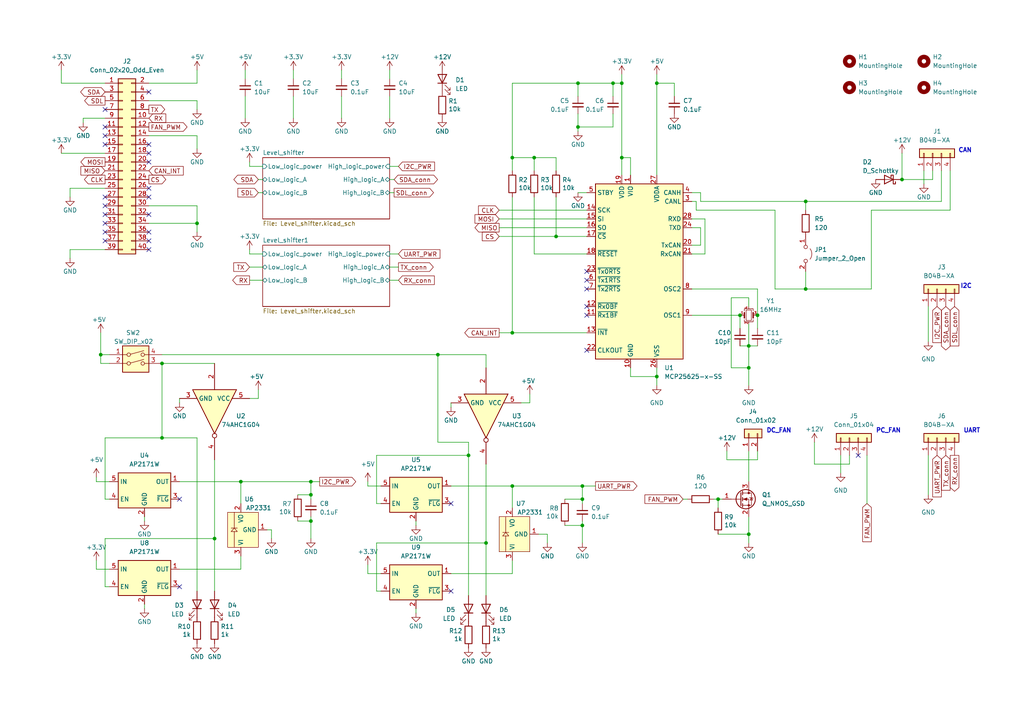
<source format=kicad_sch>
(kicad_sch (version 20230121) (generator eeschema)
  (paper "A4")
  (junction (at 148.59 45.72))
  (junction (at 167.64 24.13))
  (junction (at 161.29 68.58))
  (junction (at 217.17 154.94))
  (junction (at 177.8 24.13))
  (junction (at 135.89 132.08))
  (junction (at 168.91 140.97))
  (junction (at 46.99 127))
  (junction (at 46.99 105.41))
  (junction (at 180.34 45.72))
  (junction (at 148.59 96.52))
  (junction (at 261.62 52.07))
  (junction (at 167.64 36.83))
  (junction (at 127 102.87))
  (junction (at 57.15 64.77))
  (junction (at 190.5 24.13))
  (junction (at 69.85 139.7))
  (junction (at 62.23 156.21))
  (junction (at 190.5 109.22))
  (junction (at 154.94 45.72))
  (junction (at 29.21 102.87))
  (junction (at 180.34 24.13))
  (junction (at 233.68 83.82))
  (junction (at 140.97 157.48))
  (junction (at 90.17 151.13))
  (junction (at 90.17 139.7))
  (junction (at 168.91 144.78))
  (junction (at 168.91 152.4))
  (junction (at 208.28 144.78))
  (junction (at 233.68 58.42))
  (junction (at 90.17 143.51))
  (junction (at 217.17 100.33))
  (junction (at 214.63 91.44))
  (junction (at 217.17 106.68))
  (junction (at 219.71 91.44))
  (junction (at 148.59 140.97))
  (no_connect (at 43.18 41.91))
  (no_connect (at 170.18 81.28))
  (no_connect (at 30.48 57.15))
  (no_connect (at 30.48 41.91))
  (no_connect (at 30.48 36.83))
  (no_connect (at 170.18 83.82))
  (no_connect (at 30.48 62.23))
  (no_connect (at 130.81 171.45))
  (no_connect (at 52.07 170.18))
  (no_connect (at 30.48 39.37))
  (no_connect (at 30.48 31.75))
  (no_connect (at 43.18 46.99))
  (no_connect (at 43.18 69.85))
  (no_connect (at 30.48 67.31))
  (no_connect (at 43.18 72.39))
  (no_connect (at 248.92 132.08))
  (no_connect (at 170.18 101.6))
  (no_connect (at 43.18 62.23))
  (no_connect (at 43.18 44.45))
  (no_connect (at 52.07 144.78))
  (no_connect (at 43.18 57.15))
  (no_connect (at 43.18 54.61))
  (no_connect (at 30.48 59.69))
  (no_connect (at 170.18 88.9))
  (no_connect (at 43.18 67.31))
  (no_connect (at 170.18 91.44))
  (no_connect (at 43.18 26.67))
  (no_connect (at 30.48 69.85))
  (no_connect (at 30.48 64.77))
  (no_connect (at 130.81 146.05))
  (no_connect (at 170.18 78.74))
  (wire (pts (xy 200.66 91.44) (xy 214.63 91.44)))
  (wire (pts (xy 31.75 102.87) (xy 29.21 102.87)))
  (wire (pts (xy 85.09 27.94) (xy 85.09 34.29)))
  (wire (pts (xy 148.59 24.13) (xy 148.59 45.72)))
  (wire (pts (xy 154.94 73.66) (xy 170.18 73.66)))
  (wire (pts (xy 30.48 34.29) (xy 24.13 34.29)))
  (wire (pts (xy 190.5 24.13) (xy 195.58 24.13)))
  (wire (pts (xy 168.91 140.97) (xy 168.91 144.78)))
  (wire (pts (xy 161.29 68.58) (xy 170.18 68.58)))
  (wire (pts (xy 158.75 157.48) (xy 158.75 154.94)))
  (wire (pts (xy 41.91 151.13) (xy 41.91 149.86)))
  (wire (pts (xy 30.48 72.39) (xy 20.32 72.39)))
  (wire (pts (xy 130.81 118.11) (xy 130.81 116.84)))
  (wire (pts (xy 78.74 156.21) (xy 78.74 153.67)))
  (wire (pts (xy 217.17 86.36) (xy 212.09 86.36)))
  (wire (pts (xy 246.38 134.62) (xy 246.38 132.08)))
  (wire (pts (xy 163.83 144.78) (xy 168.91 144.78)))
  (wire (pts (xy 217.17 106.68) (xy 217.17 111.76)))
  (wire (pts (xy 130.81 166.37) (xy 148.59 166.37)))
  (wire (pts (xy 252.73 60.96) (xy 275.59 60.96)))
  (wire (pts (xy 190.5 24.13) (xy 190.5 50.8)))
  (wire (pts (xy 154.94 57.15) (xy 154.94 73.66)))
  (wire (pts (xy 69.85 139.7) (xy 90.17 139.7)))
  (wire (pts (xy 154.94 45.72) (xy 148.59 45.72)))
  (wire (pts (xy 20.32 72.39) (xy 20.32 74.93)))
  (wire (pts (xy 208.28 144.78) (xy 207.01 144.78)))
  (wire (pts (xy 203.2 71.12) (xy 203.2 66.04)))
  (wire (pts (xy 200.66 71.12) (xy 203.2 71.12)))
  (wire (pts (xy 201.93 58.42) (xy 200.66 58.42)))
  (wire (pts (xy 113.03 52.07) (xy 114.3 52.07)))
  (wire (pts (xy 144.78 60.96) (xy 170.18 60.96)))
  (wire (pts (xy 167.64 24.13) (xy 177.8 24.13)))
  (wire (pts (xy 30.48 144.78) (xy 30.48 127)))
  (wire (pts (xy 106.68 140.97) (xy 110.49 140.97)))
  (wire (pts (xy 78.74 153.67) (xy 77.47 153.67)))
  (wire (pts (xy 90.17 143.51) (xy 90.17 144.78)))
  (wire (pts (xy 46.99 102.87) (xy 127 102.87)))
  (wire (pts (xy 72.39 115.57) (xy 74.93 115.57)))
  (wire (pts (xy 203.2 66.04) (xy 200.66 66.04)))
  (wire (pts (xy 236.22 128.27) (xy 236.22 134.62)))
  (wire (pts (xy 243.84 132.08) (xy 243.84 137.16)))
  (wire (pts (xy 43.18 59.69) (xy 57.15 59.69)))
  (wire (pts (xy 167.64 36.83) (xy 177.8 36.83)))
  (wire (pts (xy 161.29 49.53) (xy 161.29 45.72)))
  (wire (pts (xy 110.49 146.05) (xy 109.22 146.05)))
  (wire (pts (xy 140.97 134.62) (xy 140.97 157.48)))
  (wire (pts (xy 29.21 96.52) (xy 29.21 102.87)))
  (wire (pts (xy 90.17 139.7) (xy 92.71 139.7)))
  (wire (pts (xy 30.48 127) (xy 46.99 127)))
  (wire (pts (xy 113.03 48.26) (xy 115.57 48.26)))
  (wire (pts (xy 219.71 91.44) (xy 219.71 83.82)))
  (wire (pts (xy 261.62 52.07) (xy 261.62 44.45)))
  (wire (pts (xy 182.88 45.72) (xy 180.34 45.72)))
  (wire (pts (xy 144.78 96.52) (xy 148.59 96.52)))
  (wire (pts (xy 203.2 58.42) (xy 233.68 58.42)))
  (wire (pts (xy 72.39 46.99) (xy 72.39 48.26)))
  (wire (pts (xy 62.23 133.35) (xy 62.23 156.21)))
  (wire (pts (xy 148.59 147.32) (xy 148.59 140.97)))
  (wire (pts (xy 217.17 130.81) (xy 217.17 139.7)))
  (wire (pts (xy 201.93 60.96) (xy 201.93 58.42)))
  (wire (pts (xy 177.8 27.94) (xy 177.8 24.13)))
  (wire (pts (xy 251.46 132.08) (xy 251.46 146.05)))
  (wire (pts (xy 267.97 53.34) (xy 267.97 49.53)))
  (wire (pts (xy 148.59 140.97) (xy 168.91 140.97)))
  (wire (pts (xy 29.21 102.87) (xy 29.21 105.41)))
  (wire (pts (xy 69.85 165.1) (xy 69.85 161.29)))
  (wire (pts (xy 219.71 83.82) (xy 200.66 83.82)))
  (wire (pts (xy 224.79 60.96) (xy 224.79 83.82)))
  (wire (pts (xy 144.78 66.04) (xy 170.18 66.04)))
  (wire (pts (xy 130.81 140.97) (xy 148.59 140.97)))
  (wire (pts (xy 99.06 27.94) (xy 99.06 34.29)))
  (wire (pts (xy 214.63 100.33) (xy 217.17 100.33)))
  (wire (pts (xy 180.34 24.13) (xy 180.34 45.72)))
  (wire (pts (xy 30.48 170.18) (xy 30.48 156.21)))
  (wire (pts (xy 57.15 64.77) (xy 57.15 67.31)))
  (wire (pts (xy 167.64 27.94) (xy 167.64 24.13)))
  (wire (pts (xy 200.66 73.66) (xy 204.47 73.66)))
  (wire (pts (xy 127 102.87) (xy 127 128.27)))
  (wire (pts (xy 236.22 134.62) (xy 246.38 134.62)))
  (wire (pts (xy 20.32 54.61) (xy 20.32 57.15)))
  (wire (pts (xy 252.73 83.82) (xy 252.73 60.96)))
  (wire (pts (xy 52.07 116.84) (xy 52.07 115.57)))
  (wire (pts (xy 99.06 20.32) (xy 99.06 22.86)))
  (wire (pts (xy 224.79 83.82) (xy 233.68 83.82)))
  (wire (pts (xy 74.93 113.03) (xy 74.93 115.57)))
  (wire (pts (xy 29.21 105.41) (xy 31.75 105.41)))
  (wire (pts (xy 208.28 144.78) (xy 208.28 147.32)))
  (wire (pts (xy 170.18 55.88) (xy 167.64 55.88)))
  (wire (pts (xy 90.17 139.7) (xy 90.17 143.51)))
  (wire (pts (xy 85.09 20.32) (xy 85.09 22.86)))
  (wire (pts (xy 182.88 106.68) (xy 182.88 109.22)))
  (wire (pts (xy 74.93 55.88) (xy 76.2 55.88)))
  (wire (pts (xy 151.13 116.84) (xy 153.67 116.84)))
  (wire (pts (xy 106.68 140.97) (xy 106.68 139.7)))
  (wire (pts (xy 110.49 171.45) (xy 109.22 171.45)))
  (wire (pts (xy 52.07 165.1) (xy 69.85 165.1)))
  (wire (pts (xy 62.23 156.21) (xy 62.23 171.45)))
  (wire (pts (xy 177.8 24.13) (xy 180.34 24.13)))
  (wire (pts (xy 233.68 78.74) (xy 233.68 83.82)))
  (wire (pts (xy 210.82 133.35) (xy 219.71 133.35)))
  (wire (pts (xy 214.63 91.44) (xy 214.63 95.25)))
  (wire (pts (xy 140.97 102.87) (xy 127 102.87)))
  (wire (pts (xy 57.15 59.69) (xy 57.15 64.77)))
  (wire (pts (xy 168.91 140.97) (xy 172.72 140.97)))
  (wire (pts (xy 52.07 139.7) (xy 69.85 139.7)))
  (wire (pts (xy 270.51 52.07) (xy 270.51 49.53)))
  (wire (pts (xy 212.09 86.36) (xy 212.09 106.68)))
  (wire (pts (xy 109.22 171.45) (xy 109.22 157.48)))
  (wire (pts (xy 168.91 151.13) (xy 168.91 152.4)))
  (wire (pts (xy 17.78 24.13) (xy 30.48 24.13)))
  (wire (pts (xy 74.93 52.07) (xy 76.2 52.07)))
  (wire (pts (xy 41.91 176.53) (xy 41.91 175.26)))
  (wire (pts (xy 203.2 58.42) (xy 203.2 55.88)))
  (wire (pts (xy 86.36 151.13) (xy 90.17 151.13)))
  (wire (pts (xy 273.05 58.42) (xy 233.68 58.42)))
  (wire (pts (xy 273.05 49.53) (xy 273.05 58.42)))
  (wire (pts (xy 109.22 132.08) (xy 135.89 132.08)))
  (wire (pts (xy 109.22 157.48) (xy 140.97 157.48)))
  (wire (pts (xy 43.18 29.21) (xy 57.15 29.21)))
  (wire (pts (xy 17.78 20.32) (xy 17.78 24.13)))
  (wire (pts (xy 148.59 45.72) (xy 148.59 49.53)))
  (wire (pts (xy 148.59 96.52) (xy 170.18 96.52)))
  (wire (pts (xy 148.59 57.15) (xy 148.59 96.52)))
  (wire (pts (xy 57.15 127) (xy 57.15 171.45)))
  (wire (pts (xy 76.2 48.26) (xy 72.39 48.26)))
  (wire (pts (xy 71.12 27.94) (xy 71.12 34.29)))
  (wire (pts (xy 204.47 63.5) (xy 204.47 73.66)))
  (wire (pts (xy 148.59 24.13) (xy 167.64 24.13)))
  (wire (pts (xy 31.75 144.78) (xy 30.48 144.78)))
  (wire (pts (xy 135.89 128.27) (xy 135.89 132.08)))
  (wire (pts (xy 182.88 109.22) (xy 190.5 109.22)))
  (wire (pts (xy 106.68 166.37) (xy 106.68 163.83)))
  (wire (pts (xy 86.36 143.51) (xy 90.17 143.51)))
  (wire (pts (xy 148.59 166.37) (xy 148.59 162.56)))
  (wire (pts (xy 113.03 55.88) (xy 114.3 55.88)))
  (wire (pts (xy 180.34 21.59) (xy 180.34 24.13)))
  (wire (pts (xy 217.17 157.48) (xy 217.17 154.94)))
  (wire (pts (xy 27.94 165.1) (xy 31.75 165.1)))
  (wire (pts (xy 233.68 83.82) (xy 252.73 83.82)))
  (wire (pts (xy 180.34 45.72) (xy 180.34 50.8)))
  (wire (pts (xy 161.29 45.72) (xy 154.94 45.72)))
  (wire (pts (xy 200.66 63.5) (xy 204.47 63.5)))
  (wire (pts (xy 177.8 33.02) (xy 177.8 36.83)))
  (wire (pts (xy 71.12 20.32) (xy 71.12 22.86)))
  (wire (pts (xy 43.18 39.37) (xy 57.15 39.37)))
  (wire (pts (xy 217.17 100.33) (xy 217.17 106.68)))
  (wire (pts (xy 17.78 44.45) (xy 30.48 44.45)))
  (wire (pts (xy 182.88 45.72) (xy 182.88 50.8)))
  (wire (pts (xy 57.15 39.37) (xy 57.15 43.18)))
  (wire (pts (xy 76.2 73.66) (xy 72.39 73.66)))
  (wire (pts (xy 156.21 154.94) (xy 158.75 154.94)))
  (wire (pts (xy 217.17 100.33) (xy 219.71 100.33)))
  (wire (pts (xy 144.78 68.58) (xy 161.29 68.58)))
  (wire (pts (xy 113.03 27.94) (xy 113.03 34.29)))
  (wire (pts (xy 57.15 24.13) (xy 43.18 24.13)))
  (wire (pts (xy 219.71 91.44) (xy 219.71 95.25)))
  (wire (pts (xy 57.15 20.32) (xy 57.15 24.13)))
  (wire (pts (xy 269.24 143.51) (xy 269.24 132.08)))
  (wire (pts (xy 201.93 60.96) (xy 224.79 60.96)))
  (wire (pts (xy 90.17 151.13) (xy 90.17 156.21)))
  (wire (pts (xy 106.68 166.37) (xy 110.49 166.37)))
  (wire (pts (xy 153.67 114.3) (xy 153.67 116.84)))
  (wire (pts (xy 46.99 105.41) (xy 46.99 127)))
  (wire (pts (xy 31.75 170.18) (xy 30.48 170.18)))
  (wire (pts (xy 217.17 93.98) (xy 217.17 100.33)))
  (wire (pts (xy 154.94 45.72) (xy 154.94 49.53)))
  (wire (pts (xy 135.89 132.08) (xy 135.89 172.72)))
  (wire (pts (xy 72.39 72.39) (xy 72.39 73.66)))
  (wire (pts (xy 27.94 139.7) (xy 27.94 138.43)))
  (wire (pts (xy 233.68 60.96) (xy 233.68 58.42)))
  (wire (pts (xy 72.39 81.28) (xy 76.2 81.28)))
  (wire (pts (xy 120.65 152.4) (xy 120.65 151.13)))
  (wire (pts (xy 203.2 55.88) (xy 200.66 55.88)))
  (wire (pts (xy 261.62 52.07) (xy 270.51 52.07)))
  (wire (pts (xy 269.24 99.06) (xy 269.24 88.9)))
  (wire (pts (xy 109.22 146.05) (xy 109.22 132.08)))
  (wire (pts (xy 190.5 106.68) (xy 190.5 109.22)))
  (wire (pts (xy 190.5 21.59) (xy 190.5 24.13)))
  (wire (pts (xy 167.64 36.83) (xy 167.64 33.02)))
  (wire (pts (xy 168.91 144.78) (xy 168.91 146.05)))
  (wire (pts (xy 198.12 144.78) (xy 199.39 144.78)))
  (wire (pts (xy 217.17 88.9) (xy 217.17 86.36)))
  (wire (pts (xy 167.64 38.1) (xy 167.64 36.83)))
  (wire (pts (xy 144.78 63.5) (xy 170.18 63.5)))
  (wire (pts (xy 275.59 60.96) (xy 275.59 49.53)))
  (wire (pts (xy 190.5 109.22) (xy 190.5 111.76)))
  (wire (pts (xy 30.48 54.61) (xy 20.32 54.61)))
  (wire (pts (xy 210.82 130.81) (xy 210.82 133.35)))
  (wire (pts (xy 69.85 146.05) (xy 69.85 139.7)))
  (wire (pts (xy 163.83 152.4) (xy 168.91 152.4)))
  (wire (pts (xy 140.97 157.48) (xy 140.97 172.72)))
  (wire (pts (xy 113.03 77.47) (xy 115.57 77.47)))
  (wire (pts (xy 217.17 154.94) (xy 208.28 154.94)))
  (wire (pts (xy 90.17 149.86) (xy 90.17 151.13)))
  (wire (pts (xy 113.03 20.32) (xy 113.03 22.86)))
  (wire (pts (xy 127 128.27) (xy 135.89 128.27)))
  (wire (pts (xy 24.13 34.29) (xy 24.13 35.56)))
  (wire (pts (xy 161.29 57.15) (xy 161.29 68.58)))
  (wire (pts (xy 43.18 64.77) (xy 57.15 64.77)))
  (wire (pts (xy 113.03 73.66) (xy 115.57 73.66)))
  (wire (pts (xy 72.39 77.47) (xy 76.2 77.47)))
  (wire (pts (xy 217.17 149.86) (xy 217.17 154.94)))
  (wire (pts (xy 195.58 24.13) (xy 195.58 27.94)))
  (wire (pts (xy 128.27 20.32) (xy 128.27 19.05)))
  (wire (pts (xy 219.71 133.35) (xy 219.71 130.81)))
  (wire (pts (xy 27.94 165.1) (xy 27.94 162.56)))
  (wire (pts (xy 212.09 106.68) (xy 217.17 106.68)))
  (wire (pts (xy 62.23 105.41) (xy 46.99 105.41)))
  (wire (pts (xy 30.48 156.21) (xy 62.23 156.21)))
  (wire (pts (xy 27.94 139.7) (xy 31.75 139.7)))
  (wire (pts (xy 57.15 127) (xy 46.99 127)))
  (wire (pts (xy 120.65 177.8) (xy 120.65 176.53)))
  (wire (pts (xy 57.15 29.21) (xy 57.15 31.75)))
  (wire (pts (xy 208.28 144.78) (xy 209.55 144.78)))
  (wire (pts (xy 113.03 81.28) (xy 115.57 81.28)))
  (wire (pts (xy 140.97 102.87) (xy 140.97 106.68)))
  (wire (pts (xy 168.91 152.4) (xy 168.91 157.48)))
  (text "DC_FAN" (at 222.25 125.73 0) (effects (font (size 1.27 1.27) (thickness 0.254) bold) (justify left bottom)))
  (text "CAN" (at 281.94 44.45 0) (effects (font (size 1.27 1.27) (thickness 0.254) bold) (justify right bottom)))
  (text "PC_FAN" (at 254 125.73 0) (effects (font (size 1.27 1.27) (thickness 0.254) bold) (justify left bottom)))
  (text "I2C\n" (at 281.94 83.82 0) (effects (font (size 1.27 1.27) (thickness 0.254) bold) (justify right bottom)))
  (text "UART\n" (at 279.4 125.73 0) (effects (font (size 1.27 1.27) (thickness 0.254) bold) (justify left bottom)))
  (global_label "RX" (shape output) (at 72.39 81.28 180) (property "Intersheetrefs" "${INTERSHEET_REFS}" (effects hide)))
  (global_label "MISO" (shape output) (at 144.78 66.04 180) (property "Intersheetrefs" "${INTERSHEET_REFS}" (effects hide)))
  (global_label "CAN_INT" (shape input) (at 43.18 49.53 0) (property "Intersheetrefs" "${INTERSHEET_REFS}" (effects hide)))
  (global_label "MOSI" (shape input) (at 144.78 63.5 180) (property "Intersheetrefs" "${INTERSHEET_REFS}" (effects hide)))
  (global_label "I2C_PWR" (shape output) (at 92.71 139.7 0) (property "Intersheetrefs" "${INTERSHEET_REFS}" (effects hide)))
  (global_label "I2C_PWR" (shape input) (at 115.57 48.26 0) (property "Intersheetrefs" "${INTERSHEET_REFS}" (effects hide)))
  (global_label "RX" (shape input) (at 43.18 34.29 0) (property "Intersheetrefs" "${INTERSHEET_REFS}" (effects hide)))
  (global_label "SDL" (shape output) (at 30.48 29.21 180) (property "Intersheetrefs" "${INTERSHEET_REFS}" (effects hide)))
  (global_label "SDA_conn" (shape bidirectional) (at 274.32 88.9 270) (property "Intersheetrefs" "${INTERSHEET_REFS}" (effects hide)))
  (global_label "TX" (shape input) (at 72.39 77.47 180) (property "Intersheetrefs" "${INTERSHEET_REFS}" (effects hide)))
  (global_label "SDA" (shape bidirectional) (at 30.48 26.67 180) (property "Intersheetrefs" "${INTERSHEET_REFS}" (effects hide)))
  (global_label "FAN_PWM" (shape input) (at 251.46 146.05 270) (property "Intersheetrefs" "${INTERSHEET_REFS}" (effects hide)))
  (global_label "CS" (shape input) (at 144.78 68.58 180) (property "Intersheetrefs" "${INTERSHEET_REFS}" (effects hide)))
  (global_label "UART_PWR" (shape output) (at 172.72 140.97 0) (property "Intersheetrefs" "${INTERSHEET_REFS}" (effects hide)))
  (global_label "CLK" (shape output) (at 30.48 52.07 180) (property "Intersheetrefs" "${INTERSHEET_REFS}" (effects hide)))
  (global_label "SDL" (shape input) (at 74.93 55.88 180) (property "Intersheetrefs" "${INTERSHEET_REFS}" (effects hide)))
  (global_label "UART_PWR" (shape input) (at 115.57 73.66 0) (property "Intersheetrefs" "${INTERSHEET_REFS}" (effects hide)))
  (global_label "TX_conn" (shape output) (at 115.57 77.47 0) (property "Intersheetrefs" "${INTERSHEET_REFS}" (effects hide)))
  (global_label "CAN_INT" (shape output) (at 144.78 96.52 180) (property "Intersheetrefs" "${INTERSHEET_REFS}" (effects hide)))
  (global_label "RX_conn" (shape input) (at 115.57 81.28 0) (property "Intersheetrefs" "${INTERSHEET_REFS}" (effects hide)))
  (global_label "MOSI" (shape output) (at 30.48 46.99 180) (property "Intersheetrefs" "${INTERSHEET_REFS}" (effects hide)))
  (global_label "FAN_PWM" (shape input) (at 198.12 144.78 180) (property "Intersheetrefs" "${INTERSHEET_REFS}" (effects hide)))
  (global_label "SDA" (shape bidirectional) (at 74.93 52.07 180) (property "Intersheetrefs" "${INTERSHEET_REFS}" (effects hide)))
  (global_label "CS" (shape output) (at 43.18 52.07 0) (property "Intersheetrefs" "${INTERSHEET_REFS}" (effects hide)))
  (global_label "UART_PWR" (shape input) (at 271.78 132.08 270) (property "Intersheetrefs" "${INTERSHEET_REFS}" (effects hide)))
  (global_label "RX_conn" (shape output) (at 276.86 132.08 270) (property "Intersheetrefs" "${INTERSHEET_REFS}" (effects hide)))
  (global_label "SDL_conn" (shape output) (at 114.3 55.88 0) (property "Intersheetrefs" "${INTERSHEET_REFS}" (effects hide)))
  (global_label "TX" (shape output) (at 43.18 31.75 0) (property "Intersheetrefs" "${INTERSHEET_REFS}" (effects hide)))
  (global_label "TX_conn" (shape input) (at 274.32 132.08 270) (property "Intersheetrefs" "${INTERSHEET_REFS}" (effects hide)))
  (global_label "I2C_PWR" (shape input) (at 271.78 88.9 270) (property "Intersheetrefs" "${INTERSHEET_REFS}" (effects hide)))
  (global_label "MISO" (shape input) (at 30.48 49.53 180) (property "Intersheetrefs" "${INTERSHEET_REFS}" (effects hide)))
  (global_label "SDA_conn" (shape bidirectional) (at 114.3 52.07 0) (property "Intersheetrefs" "${INTERSHEET_REFS}" (effects hide)))
  (global_label "FAN_PWM" (shape output) (at 43.18 36.83 0) (property "Intersheetrefs" "${INTERSHEET_REFS}" (effects hide)))
  (global_label "CLK" (shape input) (at 144.78 60.96 180) (property "Intersheetrefs" "${INTERSHEET_REFS}" (effects hide)))
  (global_label "SDL_conn" (shape input) (at 276.86 88.9 270) (property "Intersheetrefs" "${INTERSHEET_REFS}" (effects hide)))
  (symbol (lib_id "power:+5V") (at 29.21 96.52 0) (unit 1)
    (property "Reference" "#PWR030" (effects hide))
    (property "Value" "+5V" (at 26.67 92.71 0) (effects (justify left)))
  )
  (symbol (lib_id "power:+3.3V") (at 17.78 20.32 0) (unit 1)
    (property "Reference" "#PWR01" (effects hide))
    (property "Value" "+3.3V" (at 17.78 16.51 0))
  )
  (symbol (lib_id "power:GND") (at 57.15 186.69 0) (mirror y) (unit 1)
    (property "Reference" "#PWR055" (effects hide))
    (property "Value" "GND" (at 57.15 190.5 0))
  )
  (symbol (lib_id "Switch:SW_DIP_x02") (at 39.37 105.41 0) (unit 1)
    (property "Reference" "SW2" (at 40.64 96.52 0) (effects (justify right)))
    (property "Value" "SW_DIP_x02" (at 44.45 99.06 0) (effects (justify right)))
    (property "Footprint" "Button_Switch_SMD:SW_DIP_SPSTx02_Slide_Copal_CHS-02B_W7.62mm_P1.27mm" (effects hide))
  )
  (symbol (lib_id "power:+12V") (at 210.82 130.81 0) (unit 1)
    (property "Reference" "#PWR039" (effects hide))
    (property "Value" "+12V" (at 210.82 127 0))
  )
  (symbol (lib_id "power:GND") (at 217.17 111.76 0) (unit 1)
    (property "Reference" "#PWR033" (effects hide))
    (property "Value" "GND" (at 217.17 116.84 0))
  )
  (symbol (lib_id "Device:C_Small") (at 113.03 25.4 0) (unit 1)
    (property "Reference" "C4" (at 115.57 24.1363 0) (effects (justify left)))
    (property "Value" "10uF" (at 115.57 26.6763 0) (effects (justify left)))
    (property "Footprint" "Capacitor_SMD:C_0603_1608Metric" (effects hide))
    (property "LCSC" "C96446" (effects hide))
  )
  (symbol (lib_id "power:+3.3V") (at 106.68 163.83 0) (unit 1)
    (property "Reference" "#PWR052" (effects hide))
    (property "Value" "+3.3V" (at 106.68 160.02 0))
  )
  (symbol (lib_id "power:+3.3V") (at 17.78 44.45 0) (unit 1)
    (property "Reference" "#PWR020" (effects hide))
    (property "Value" "+3.3V" (at 17.78 40.64 0))
  )
  (symbol (lib_id "Device:C_Small") (at 219.71 97.79 0) (unit 1)
    (property "Reference" "C11" (at 222.25 96.5263 0) (effects (justify left)))
    (property "Value" "10pF" (at 222.25 99.0663 0) (effects (justify left)))
    (property "Footprint" "Capacitor_SMD:C_0402_1005Metric" (effects hide))
    (property "LCSC" "C32949" (effects hide))
  )
  (symbol (lib_id "Mechanical:MountingHole") (at 267.97 25.4 0) (unit 1)
    (property "Reference" "H4" (at 270.51 24.13 0) (effects (justify left)))
    (property "Value" "MountingHole" (at 270.51 26.67 0) (effects (justify left)))
    (property "Footprint" "MountingHole:MountingHole_2.7mm_M2.5" (effects hide))
  )
  (symbol (lib_id "power:GND") (at 269.24 143.51 0) (unit 1)
    (property "Reference" "#PWR043" (effects hide))
    (property "Value" "GND" (at 269.24 148.59 0))
  )
  (symbol (lib_id "Connector_Generic:Conn_01x04") (at 270.51 44.45 90) (unit 1)
    (property "Reference" "J1" (at 273.05 38.1 90) (effects (justify left)))
    (property "Value" "B04B-XA" (at 275.59 40.64 90) (effects (justify left)))
    (property "Footprint" "Connector_JST:JST_XA_B04B-XASK-1_1x04_P2.50mm_Vertical" (effects hide))
  )
  (symbol (lib_id "Connector_Generic:Conn_02x20_Odd_Even") (at 35.56 46.99 0) (unit 1)
    (property "Reference" "J2" (at 36.83 17.78 0))
    (property "Value" "Conn_02x20_Odd_Even" (at 36.83 20.32 0))
    (property "Footprint" "Connector_PinSocket_2.54mm:PinSocket_2x20_P2.54mm_Vertical" (effects hide))
  )
  (symbol (lib_id "Connector_Generic:Conn_01x04") (at 271.78 127 90) (unit 1)
    (property "Reference" "J6" (at 274.32 120.65 90) (effects (justify left)))
    (property "Value" "B04B-XA" (at 276.86 123.19 90) (effects (justify left)))
    (property "Footprint" "Connector_JST:JST_XA_B04B-XASK-1_1x04_P2.50mm_Vertical" (effects hide))
  )
  (symbol (lib_id "Device:LED") (at 140.97 176.53 90) (unit 1)
    (property "Reference" "D6" (at 144.78 176.8475 90) (effects (justify right)))
    (property "Value" "LED" (at 144.78 179.3875 90) (effects (justify right)))
    (property "Footprint" "LED_SMD:LED_0603_1608Metric" (effects hide))
    (property "LCSC" "C2286" (effects hide))
  )
  (symbol (lib_id "Device:D_Schottky") (at 257.81 52.07 180) (unit 1)
    (property "Reference" "D2" (at 250.19 46.99 0) (effects (justify right)))
    (property "Value" "D_Schottky" (at 250.19 49.53 0) (effects (justify right)))
    (property "Footprint" "Diode_SMD:D_SOD-123F" (effects hide))
    (property "LCSC" "C7502712" (effects hide))
  )
  (symbol (lib_id "Device:LED") (at 135.89 176.53 270) (mirror x) (unit 1)
    (property "Reference" "D5" (at 132.08 176.8475 90) (effects (justify right)))
    (property "Value" "LED" (at 132.08 179.3875 90) (effects (justify right)))
    (property "Footprint" "LED_SMD:LED_0603_1608Metric" (effects hide))
    (property "LCSC" "C2286" (effects hide))
  )
  (symbol (lib_id "power:+5V") (at 106.68 139.7 0) (unit 1)
    (property "Reference" "#PWR042" (effects hide))
    (property "Value" "+5V" (at 106.68 134.62 0))
  )
  (symbol (lib_id "power:+12V") (at 128.27 20.32 0) (unit 1)
    (property "Reference" "#PWR07" (effects hide))
    (property "Value" "+12V" (at 128.27 16.51 0))
  )
  (symbol (lib_id "power:GND") (at 52.07 116.84 0) (unit 1)
    (property "Reference" "#PWR036" (effects hide))
    (property "Value" "GND" (at 52.07 120.65 0))
  )
  (symbol (lib_id "Connector_Generic:Conn_01x04") (at 271.78 83.82 90) (unit 1)
    (property "Reference" "J3" (at 274.32 77.47 90) (effects (justify left)))
    (property "Value" "B04B-XA" (at 276.86 80.01 90) (effects (justify left)))
    (property "Footprint" "Connector_JST:JST_XA_B04B-XASK-1_1x04_P2.50mm_Vertical" (effects hide))
  )
  (symbol (lib_id "power:GND") (at 24.13 35.56 0) (mirror y) (unit 1)
    (property "Reference" "#PWR017" (effects hide))
    (property "Value" "GND" (at 24.13 39.37 0))
  )
  (symbol (lib_id "power:GND") (at 120.65 152.4 0) (unit 1)
    (property "Reference" "#PWR045" (effects hide))
    (property "Value" "GND" (at 120.65 156.21 0))
  )
  (symbol (lib_id "Device:C_Small") (at 71.12 25.4 0) (unit 1)
    (property "Reference" "C1" (at 73.66 24.1363 0) (effects (justify left)))
    (property "Value" "10uF" (at 73.66 26.6763 0) (effects (justify left)))
    (property "Footprint" "Capacitor_SMD:C_0603_1608Metric" (effects hide))
    (property "LCSC" "C96446" (effects hide))
  )
  (symbol (lib_id "Jumper:Jumper_2_Open") (at 233.68 73.66 270) (unit 1)
    (property "Reference" "JP1" (at 236.22 72.39 90) (effects (justify left)))
    (property "Value" "Jumper_2_Open" (at 236.22 74.93 90) (effects (justify left)))
    (property "Footprint" "Connector_PinHeader_2.54mm:PinHeader_1x02_P2.54mm_Vertical" (effects hide))
  )
  (symbol (lib_id "power:+3.3V") (at 72.39 46.99 0) (unit 1)
    (property "Reference" "#PWR022" (effects hide))
    (property "Value" "+3.3V" (at 72.39 43.18 0))
  )
  (symbol (lib_id "power:GND") (at 140.97 187.96 0) (unit 1)
    (property "Reference" "#PWR058" (effects hide))
    (property "Value" "GND" (at 140.97 191.77 0))
  )
  (symbol (lib_id "power:GND") (at 120.65 177.8 0) (unit 1)
    (property "Reference" "#PWR054" (effects hide))
    (property "Value" "GND" (at 120.65 181.61 0))
  )
  (symbol (lib_id "power:GND") (at 20.32 74.93 0) (mirror y) (unit 1)
    (property "Reference" "#PWR029" (effects hide))
    (property "Value" "GND" (at 20.32 78.74 0))
  )
  (symbol (lib_id "power:GND") (at 99.06 34.29 0) (unit 1)
    (property "Reference" "#PWR015" (effects hide))
    (property "Value" "GND" (at 99.06 38.1 0))
  )
  (symbol (lib_id "power:GND") (at 20.32 57.15 0) (mirror y) (unit 1)
    (property "Reference" "#PWR026" (effects hide))
    (property "Value" "GND" (at 20.32 60.96 0))
  )
  (symbol (lib_id "power:+3.3V") (at 85.09 20.32 0) (unit 1)
    (property "Reference" "#PWR05" (effects hide))
    (property "Value" "+3.3V" (at 85.09 16.51 0))
  )
  (symbol (lib_id "power:GND") (at 217.17 157.48 0) (unit 1)
    (property "Reference" "#PWR050" (effects hide))
    (property "Value" "GND" (at 217.17 161.29 0))
  )
  (symbol (lib_id "power:GND") (at 41.91 176.53 0) (unit 1)
    (property "Reference" "#PWR053" (effects hide))
    (property "Value" "GND" (at 41.91 180.34 0))
  )
  (symbol (lib_id "Device:C_Small") (at 214.63 97.79 0) (mirror y) (unit 1)
    (property "Reference" "C10" (at 212.09 96.5263 0) (effects (justify left)))
    (property "Value" "10pF" (at 212.09 99.0663 0) (effects (justify left)))
    (property "Footprint" "Capacitor_SMD:C_0402_1005Metric" (effects hide))
    (property "LCSC" "C32949" (effects hide))
  )
  (symbol (lib_id "Device:R") (at 208.28 151.13 0) (unit 1)
    (property "Reference" "R9" (at 210.058 149.9616 0) (effects (justify left)))
    (property "Value" "10k" (at 210.058 152.273 0) (effects (justify left)))
    (property "Footprint" "Resistor_SMD:R_0402_1005Metric" (effects hide))
    (property "LCSC" "C25744" (effects hide))
  )
  (symbol (lib_id "74xGxx:74AHC1G04") (at 62.23 120.65 270) (unit 1)
    (property "Reference" "U2" (at 69.85 120.65 90))
    (property "Value" "74AHC1G04" (at 69.85 123.19 90))
    (property "Footprint" "Package_TO_SOT_SMD:SOT-23-5" (effects hide))
    (property "Datasheet" "http://www.ti.com/lit/sg/scyt129e/scyt129e.pdf" (effects hide))
    (property "LCSC" "C460486" (effects hide))
  )
  (symbol (lib_id "Device:R") (at 161.29 53.34 0) (unit 1)
    (property "Reference" "R4" (at 163.068 52.1716 0) (effects (justify left)))
    (property "Value" "10k" (at 163.068 54.483 0) (effects (justify left)))
    (property "Footprint" "Resistor_SMD:R_0402_1005Metric" (effects hide))
    (property "LCSC" "C25744" (effects hide))
  )
  (symbol (lib_id "power:+12V") (at 261.62 44.45 0) (unit 1)
    (property "Reference" "#PWR021" (effects hide))
    (property "Value" "+12V" (at 261.62 40.64 0))
  )
  (symbol (lib_id "Device:C_Small") (at 195.58 30.48 0) (unit 1)
    (property "Reference" "C7" (at 198.12 29.2163 0) (effects (justify left)))
    (property "Value" "0.1uF" (at 198.12 31.7563 0) (effects (justify left)))
    (property "Footprint" "Capacitor_SMD:C_0402_1005Metric" (effects hide))
    (property "LCSC" "C307331" (effects hide))
  )
  (symbol (lib_id "power:+12V") (at 236.22 128.27 0) (unit 1)
    (property "Reference" "#PWR038" (effects hide))
    (property "Value" "+12V" (at 236.22 124.46 0))
  )
  (symbol (lib_id "power:+5V") (at 153.67 114.3 0) (unit 1)
    (property "Reference" "#PWR035" (effects hide))
    (property "Value" "+5V" (at 151.13 110.49 0) (effects (justify left)))
  )
  (symbol (lib_id "Connector_Generic:Conn_01x02") (at 217.17 125.73 90) (unit 1)
    (property "Reference" "J4" (at 217.17 119.38 90) (effects (justify right)))
    (property "Value" "Conn_01x02" (at 213.36 121.92 90) (effects (justify right)))
    (property "Footprint" "Connector_JST:JST_XA_B02B-XASK-1_1x02_P2.50mm_Vertical" (effects hide))
  )
  (symbol (lib_id "Device:R") (at 128.27 30.48 0) (unit 1)
    (property "Reference" "R1" (at 130.048 29.3116 0) (effects (justify left)))
    (property "Value" "10k" (at 130.048 31.623 0) (effects (justify left)))
    (property "Footprint" "Resistor_SMD:R_0402_1005Metric" (effects hide))
    (property "LCSC" "C25744" (effects hide))
  )
  (symbol (lib_id "74xGxx:74AHC1G04") (at 140.97 121.92 270) (unit 1)
    (property "Reference" "U3" (at 149.86 120.65 90))
    (property "Value" "74AHC1G04" (at 149.86 123.19 90))
    (property "Footprint" "Package_TO_SOT_SMD:SOT-23-5" (effects hide))
    (property "Datasheet" "http://www.ti.com/lit/sg/scyt129e/scyt129e.pdf" (effects hide))
    (property "LCSC" "C460486" (effects hide))
  )
  (symbol (lib_id "Device:C_Small") (at 177.8 30.48 0) (mirror y) (unit 1)
    (property "Reference" "C6" (at 175.26 29.2163 0) (effects (justify left)))
    (property "Value" "0.1uF" (at 175.26 31.7563 0) (effects (justify left)))
    (property "Footprint" "Capacitor_SMD:C_0402_1005Metric" (effects hide))
    (property "LCSC" "C307331" (effects hide))
  )
  (symbol (lib_id "power:GND") (at 128.27 34.29 0) (unit 1)
    (property "Reference" "#PWR016" (effects hide))
    (property "Value" "GND" (at 128.27 38.1 0))
  )
  (symbol (lib_id "power:GND") (at 135.89 187.96 0) (mirror y) (unit 1)
    (property "Reference" "#PWR057" (effects hide))
    (property "Value" "GND" (at 135.89 191.77 0))
  )
  (symbol (lib_id "Device:R") (at 62.23 182.88 0) (unit 1)
    (property "Reference" "R11" (at 64.008 181.7116 0) (effects (justify left)))
    (property "Value" "1k" (at 64.008 184.023 0) (effects (justify left)))
    (property "Footprint" "Resistor_SMD:R_0402_1005Metric" (effects hide))
    (property "LCSC" "C11702" (effects hide))
  )
  (symbol (lib_id "power:GND") (at 90.17 156.21 0) (unit 1)
    (property "Reference" "#PWR047" (effects hide))
    (property "Value" "GND" (at 90.17 160.02 0))
  )
  (symbol (lib_id "Device:LED") (at 57.15 175.26 270) (mirror x) (unit 1)
    (property "Reference" "D3" (at 53.34 175.5775 90) (effects (justify right)))
    (property "Value" "LED" (at 53.34 178.1175 90) (effects (justify right)))
    (property "Footprint" "LED_SMD:LED_0603_1608Metric" (effects hide))
    (property "LCSC" "C2286" (effects hide))
  )
  (symbol (lib_id "power:GND") (at 130.81 118.11 0) (unit 1)
    (property "Reference" "#PWR037" (effects hide))
    (property "Value" "GND" (at 130.81 121.92 0))
  )
  (symbol (lib_id "Mechanical:MountingHole") (at 246.38 25.4 0) (unit 1)
    (property "Reference" "H3" (at 248.92 24.13 0) (effects (justify left)))
    (property "Value" "MountingHole" (at 248.92 26.67 0) (effects (justify left)))
    (property "Footprint" "MountingHole:MountingHole_2.7mm_M2.5" (effects hide))
  )
  (symbol (lib_id "Device:C_Small") (at 99.06 25.4 0) (unit 1)
    (property "Reference" "C3" (at 101.6 24.1363 0) (effects (justify left)))
    (property "Value" "0.1uF" (at 101.6 26.6763 0) (effects (justify left)))
    (property "Footprint" "Capacitor_SMD:C_0402_1005Metric" (effects hide))
    (property "LCSC" "C307331" (effects hide))
  )
  (symbol (lib_id "Device:C_Small") (at 90.17 147.32 0) (unit 1)
    (property "Reference" "C8" (at 92.71 146.0563 0) (effects (justify left)))
    (property "Value" "0.1uF" (at 92.71 148.5963 0) (effects (justify left)))
    (property "Footprint" "Capacitor_SMD:C_0402_1005Metric" (effects hide))
    (property "LCSC" "C307331" (effects hide))
  )
  (symbol (lib_id "Device:R") (at 233.68 64.77 0) (unit 1)
    (property "Reference" "R5" (at 236.22 63.5 0) (effects (justify left)))
    (property "Value" "120" (at 236.22 66.04 0) (effects (justify left)))
    (property "Footprint" "Resistor_SMD:R_0603_1608Metric" (effects hide))
    (property "LCSC" "C22787" (effects hide))
  )
  (symbol (lib_id "power:+5V") (at 190.5 21.59 0) (unit 1)
    (property "Reference" "#PWR09" (effects hide))
    (property "Value" "+5V" (at 190.5 17.78 0))
  )
  (symbol (lib_id "RDC_generic:CH213K") (at 76.2 153.67 90) (unit 1)
    (property "Reference" "U6" (at 73.66 144.78 90) (effects (justify left)))
    (property "Value" "AP2331" (at 78.74 147.32 90) (effects (justify left)))
    (property "Footprint" "Package_TO_SOT_SMD:SOT-23" (effects hide))
    (property "LCSC" "C183303" (effects hide))
  )
  (symbol (lib_id "Device:R") (at 163.83 148.59 0) (mirror y) (unit 1)
    (property "Reference" "R8" (at 162.052 147.4216 0) (effects (justify left)))
    (property "Value" "10k" (at 162.052 149.733 0) (effects (justify left)))
    (property "Footprint" "Resistor_SMD:R_0402_1005Metric" (effects hide))
    (property "LCSC" "C25744" (effects hide))
  )
  (symbol (lib_id "Device:R") (at 148.59 53.34 0) (unit 1)
    (property "Reference" "R2" (at 150.368 52.1716 0) (effects (justify left)))
    (property "Value" "10k" (at 150.368 54.483 0) (effects (justify left)))
    (property "Footprint" "Resistor_SMD:R_0402_1005Metric" (effects hide))
    (property "LCSC" "C25744" (effects hide))
  )
  (symbol (lib_id "Device:LED") (at 62.23 175.26 90) (unit 1)
    (property "Reference" "D4" (at 66.04 175.5775 90) (effects (justify right)))
    (property "Value" "LED" (at 66.04 178.1175 90) (effects (justify right)))
    (property "Footprint" "LED_SMD:LED_0603_1608Metric" (effects hide))
    (property "LCSC" "C2286" (effects hide))
  )
  (symbol (lib_id "power:GND") (at 41.91 151.13 0) (unit 1)
    (property "Reference" "#PWR044" (effects hide))
    (property "Value" "GND" (at 41.91 154.94 0))
  )
  (symbol (lib_id "Power_Management:AP2171W") (at 41.91 142.24 0) (unit 1)
    (property "Reference" "U4" (at 41.91 132.08 0))
    (property "Value" "AP2171W" (at 41.91 134.62 0))
    (property "Footprint" "Package_TO_SOT_SMD:SOT-23-5" (effects hide))
    (property "Datasheet" "https://www.diodes.com/assets/Datasheets/AP2161.pdf" (effects hide))
    (property "LCSC" "C110466" (effects hide))
  )
  (symbol (lib_id "Power_Management:AP2171W") (at 41.91 167.64 0) (unit 1)
    (property "Reference" "U8" (at 41.91 157.48 0))
    (property "Value" "AP2171W" (at 41.91 160.02 0))
    (property "Footprint" "Package_TO_SOT_SMD:SOT-23-5" (effects hide))
    (property "Datasheet" "https://www.diodes.com/assets/Datasheets/AP2161.pdf" (effects hide))
    (property "LCSC" "C110466" (effects hide))
  )
  (symbol (lib_id "Device:R") (at 86.36 147.32 0) (mirror y) (unit 1)
    (property "Reference" "R7" (at 84.582 146.1516 0) (effects (justify left)))
    (property "Value" "10k" (at 84.582 148.463 0) (effects (justify left)))
    (property "Footprint" "Resistor_SMD:R_0402_1005Metric" (effects hide))
    (property "LCSC" "C25744" (effects hide))
  )
  (symbol (lib_id "power:GND") (at 243.84 137.16 0) (unit 1)
    (property "Reference" "#PWR040" (effects hide))
    (property "Value" "GND" (at 243.84 142.24 0))
  )
  (symbol (lib_id "Device:R") (at 135.89 184.15 0) (mirror y) (unit 1)
    (property "Reference" "R12" (at 134.112 182.9816 0) (effects (justify left)))
    (property "Value" "1k" (at 134.112 185.293 0) (effects (justify left)))
    (property "Footprint" "Resistor_SMD:R_0402_1005Metric" (effects hide))
    (property "LCSC" "C11702" (effects hide))
  )
  (symbol (lib_id "power:+3.3V") (at 27.94 162.56 0) (unit 1)
    (property "Reference" "#PWR051" (effects hide))
    (property "Value" "+3.3V" (at 27.94 158.75 0))
  )
  (symbol (lib_id "Interface_CAN_LIN:MCP25625-x-SS") (at 185.42 78.74 0) (unit 1)
    (property "Reference" "U1" (at 192.6941 106.68 0) (effects (justify left)))
    (property "Value" "MCP25625-x-SS" (at 192.6941 109.22 0) (effects (justify left)))
    (property "Footprint" "Package_SO:SSOP-28_5.3x10.2mm_P0.65mm" (effects hide))
    (property "Datasheet" "http://ww1.microchip.com/downloads/en/DeviceDoc/20005282B.pdf" (effects hide))
    (property "LCSC" "C184944" (effects hide))
  )
  (symbol (lib_id "Device:R") (at 140.97 184.15 0) (unit 1)
    (property "Reference" "R13" (at 142.748 182.9816 0) (effects (justify left)))
    (property "Value" "1k" (at 142.748 185.293 0) (effects (justify left)))
    (property "Footprint" "Resistor_SMD:R_0402_1005Metric" (effects hide))
    (property "LCSC" "C11702" (effects hide))
  )
  (symbol (lib_id "Power_Management:AP2171W") (at 120.65 143.51 0) (unit 1)
    (property "Reference" "U5" (at 120.65 133.35 0))
    (property "Value" "AP2171W" (at 120.65 135.89 0))
    (property "Footprint" "Package_TO_SOT_SMD:SOT-23-5" (effects hide))
    (property "Datasheet" "https://www.diodes.com/assets/Datasheets/AP2161.pdf" (effects hide))
    (property "LCSC" "C110466" (effects hide))
  )
  (symbol (lib_id "Device:Q_NMOS_GSD") (at 214.63 144.78 0) (unit 1)
    (property "Reference" "Q1" (at 220.98 143.51 0) (effects (justify left)))
    (property "Value" "Q_NMOS_GSD" (at 220.98 146.05 0) (effects (justify left)))
    (property "Footprint" "Package_TO_SOT_SMD:SOT-23" (effects hide))
    (property "LCSC" "C20917" (effects hide))
  )
  (symbol (lib_id "power:GND") (at 158.75 157.48 0) (mirror y) (unit 1)
    (property "Reference" "#PWR048" (effects hide))
    (property "Value" "GND" (at 158.75 161.29 0))
  )
  (symbol (lib_id "RDC_generic:CH213K") (at 154.94 154.94 90) (unit 1)
    (property "Reference" "U7" (at 152.4 146.05 90) (effects (justify left)))
    (property "Value" "AP2331" (at 157.48 148.59 90) (effects (justify left)))
    (property "Footprint" "Package_TO_SOT_SMD:SOT-23" (effects hide))
    (property "LCSC" "C183303" (effects hide))
  )
  (symbol (lib_id "power:GND") (at 254 52.07 0) (unit 1)
    (property "Reference" "#PWR023" (effects hide))
    (property "Value" "GND" (at 254 55.88 0))
  )
  (symbol (lib_id "Device:R") (at 57.15 182.88 0) (mirror y) (unit 1)
    (property "Reference" "R10" (at 55.372 181.7116 0) (effects (justify left)))
    (property "Value" "1k" (at 55.372 184.023 0) (effects (justify left)))
    (property "Footprint" "Resistor_SMD:R_0402_1005Metric" (effects hide))
    (property "LCSC" "C11702" (effects hide))
  )
  (symbol (lib_id "power:GND") (at 62.23 186.69 0) (unit 1)
    (property "Reference" "#PWR056" (effects hide))
    (property "Value" "GND" (at 62.23 190.5 0))
  )
  (symbol (lib_id "power:+5V") (at 27.94 138.43 0) (unit 1)
    (property "Reference" "#PWR041" (effects hide))
    (property "Value" "+5V" (at 27.94 133.35 0))
  )
  (symbol (lib_id "power:GND") (at 190.5 111.76 0) (unit 1)
    (property "Reference" "#PWR032" (effects hide))
    (property "Value" "GND" (at 190.5 116.84 0))
  )
  (symbol (lib_id "Power_Management:AP2171W") (at 120.65 168.91 0) (unit 1)
    (property "Reference" "U9" (at 120.65 158.75 0))
    (property "Value" "AP2171W" (at 120.65 161.29 0))
    (property "Footprint" "Package_TO_SOT_SMD:SOT-23-5" (effects hide))
    (property "Datasheet" "https://www.diodes.com/assets/Datasheets/AP2161.pdf" (effects hide))
    (property "LCSC" "C110466" (effects hide))
  )
  (symbol (lib_id "power:GND") (at 267.97 53.34 0) (unit 1)
    (property "Reference" "#PWR024" (effects hide))
    (property "Value" "GND" (at 267.97 57.15 0))
  )
  (symbol (lib_id "Mechanical:MountingHole") (at 267.97 17.78 0) (unit 1)
    (property "Reference" "H2" (at 270.51 16.51 0) (effects (justify left)))
    (property "Value" "MountingHole" (at 270.51 19.05 0) (effects (justify left)))
    (property "Footprint" "MountingHole:MountingHole_2.7mm_M2.5" (effects hide))
  )
  (symbol (lib_id "power:+5V") (at 57.15 20.32 0) (unit 1)
    (property "Reference" "#PWR02" (effects hide))
    (property "Value" "+5V" (at 57.15 16.51 0))
  )
  (symbol (lib_id "power:GND") (at 195.58 33.02 0) (unit 1)
    (property "Reference" "#PWR011" (effects hide))
    (property "Value" "GND" (at 195.58 36.83 0))
  )
  (symbol (lib_id "power:GND") (at 167.64 55.88 0) (unit 1)
    (property "Reference" "#PWR025" (effects hide))
    (property "Value" "GND" (at 167.64 59.69 0))
  )
  (symbol (lib_id "power:GND") (at 57.15 67.31 0) (unit 1)
    (property "Reference" "#PWR027" (effects hide))
    (property "Value" "GND" (at 57.15 71.12 0))
  )
  (symbol (lib_id "power:GND") (at 57.15 43.18 0) (unit 1)
    (property "Reference" "#PWR019" (effects hide))
    (property "Value" "GND" (at 57.15 46.99 0))
  )
  (symbol (lib_id "Connector_Generic:Conn_01x04") (at 246.38 127 90) (unit 1)
    (property "Reference" "J5" (at 247.65 120.65 90))
    (property "Value" "Conn_01x04" (at 247.65 123.19 90))
    (property "Footprint" "Connector_PinHeader_2.54mm:PinHeader_1x04_P2.54mm_Vertical" (effects hide))
  )
  (symbol (lib_id "Device:Crystal_GND24_Small") (at 217.17 91.44 0) (unit 1)
    (property "Reference" "Y1" (at 223.52 87.2491 0))
    (property "Value" "16MHz" (at 223.52 89.7891 0))
    (property "Footprint" "Crystal:Crystal_SMD_3225-4Pin_3.2x2.5mm" (effects hide))
    (property "LCSC" "C13738" (effects hide))
  )
  (symbol (lib_id "power:+3.3V") (at 99.06 20.32 0) (unit 1)
    (property "Reference" "#PWR06" (effects hide))
    (property "Value" "+3.3V" (at 99.06 16.51 0))
  )
  (symbol (lib_id "power:+12V") (at 113.03 20.32 0) (unit 1)
    (property "Reference" "#PWR012" (effects hide))
    (property "Value" "+12V" (at 113.03 16.51 0))
  )
  (symbol (lib_id "power:+5V") (at 74.93 113.03 0) (unit 1)
    (property "Reference" "#PWR034" (effects hide))
    (property "Value" "+5V" (at 72.39 109.22 0) (effects (justify left)))
  )
  (symbol (lib_id "Device:LED") (at 128.27 22.86 90) (unit 1)
    (property "Reference" "D1" (at 132.08 23.1775 90) (effects (justify right)))
    (property "Value" "LED" (at 132.08 25.7175 90) (effects (justify right)))
    (property "Footprint" "LED_SMD:LED_0603_1608Metric" (effects hide))
    (property "LCSC" "C2286" (effects hide))
  )
  (symbol (lib_id "Mechanical:MountingHole") (at 246.38 17.78 0) (unit 1)
    (property "Reference" "H1" (at 248.92 16.51 0) (effects (justify left)))
    (property "Value" "MountingHole" (at 248.92 19.05 0) (effects (justify left)))
    (property "Footprint" "MountingHole:MountingHole_2.7mm_M2.5" (effects hide))
  )
  (symbol (lib_id "power:GND") (at 269.24 99.06 0) (unit 1)
    (property "Reference" "#PWR031" (effects hide))
    (property "Value" "GND" (at 269.24 104.14 0))
  )
  (symbol (lib_id "power:+5V") (at 71.12 20.32 0) (unit 1)
    (property "Reference" "#PWR04" (effects hide))
    (property "Value" "+5V" (at 71.12 16.51 0))
  )
  (symbol (lib_id "power:GND") (at 167.64 38.1 0) (unit 1)
    (property "Reference" "#PWR018" (effects hide))
    (property "Value" "GND" (at 167.64 41.91 0))
  )
  (symbol (lib_id "power:GND") (at 78.74 156.21 0) (mirror y) (unit 1)
    (property "Reference" "#PWR046" (effects hide))
    (property "Value" "GND" (at 78.74 160.02 0))
  )
  (symbol (lib_id "power:GND") (at 57.15 31.75 0) (unit 1)
    (property "Reference" "#PWR010" (effects hide))
    (property "Value" "GND" (at 57.15 35.56 0))
  )
  (symbol (lib_id "Device:R") (at 154.94 53.34 0) (unit 1)
    (property "Reference" "R3" (at 156.718 52.1716 0) (effects (justify left)))
    (property "Value" "10k" (at 156.718 54.483 0) (effects (justify left)))
    (property "Footprint" "Resistor_SMD:R_0402_1005Metric" (effects hide))
    (property "LCSC" "C25744" (effects hide))
  )
  (symbol (lib_id "power:+3.3V") (at 72.39 72.39 0) (unit 1)
    (property "Reference" "#PWR028" (effects hide))
    (property "Value" "+3.3V" (at 72.39 68.58 0))
  )
  (symbol (lib_id "power:GND") (at 85.09 34.29 0) (unit 1)
    (property "Reference" "#PWR014" (effects hide))
    (property "Value" "GND" (at 85.09 38.1 0))
  )
  (symbol (lib_id "Device:R") (at 203.2 144.78 90) (unit 1)
    (property "Reference" "R6" (at 203.2 138.43 90))
    (property "Value" "120" (at 203.2 140.97 90))
    (property "Footprint" "Resistor_SMD:R_0402_1005Metric" (effects hide))
    (property "LCSC" "C25079" (effects hide))
  )
  (symbol (lib_id "Device:C_Small") (at 167.64 30.48 0) (mirror y) (unit 1)
    (property "Reference" "C5" (at 165.1 29.2163 0) (effects (justify left)))
    (property "Value" "0.1uF" (at 165.1 31.7563 0) (effects (justify left)))
    (property "Footprint" "Capacitor_SMD:C_0402_1005Metric" (effects hide))
    (property "LCSC" "C307331" (effects hide))
  )
  (symbol (lib_id "power:+3.3V") (at 180.34 21.59 0) (unit 1)
    (property "Reference" "#PWR08" (effects hide))
    (property "Value" "+3.3V" (at 180.34 17.78 0))
  )
  (symbol (lib_id "Device:C_Small") (at 168.91 148.59 0) (unit 1)
    (property "Reference" "C9" (at 171.45 147.3263 0) (effects (justify left)))
    (property "Value" "0.1uF" (at 171.45 149.8663 0) (effects (justify left)))
    (property "Footprint" "Capacitor_SMD:C_0402_1005Metric" (effects hide))
    (property "LCSC" "C307331" (effects hide))
  )
  (symbol (lib_id "power:GND") (at 71.12 34.29 0) (unit 1)
    (property "Reference" "#PWR013" (effects hide))
    (property "Value" "GND" (at 71.12 38.1 0))
  )
  (symbol (lib_id "power:GND") (at 113.03 34.29 0) (unit 1)
    (property "Reference" "#PWR03" (effects hide))
    (property "Value" "GND" (at 113.03 38.1 0))
  )
  (symbol (lib_id "power:GND") (at 168.91 157.48 0) (mirror y) (unit 1)
    (property "Reference" "#PWR049" (effects hide))
    (property "Value" "GND" (at 168.91 161.29 0))
  )
  (symbol (lib_id "Device:C_Small") (at 85.09 25.4 0) (unit 1)
    (property "Reference" "C2" (at 87.63 24.1363 0) (effects (justify left)))
    (property "Value" "10uF" (at 87.63 26.6763 0) (effects (justify left)))
    (property "Footprint" "Capacitor_SMD:C_0603_1608Metric" (effects hide))
    (property "LCSC" "C96446" (effects hide))
  )
  (sheet (at 76.2 71.12) (size 36.83 17.78) (stroke (width 0.1524))
    (property "Sheetname" "Level_shifter1" (at 76.2 70.4084 0) (effects (justify left bottom)))
    (property "Sheetfile" "Level_shifter.kicad_sch" (at 76.2 89.4846 0) (effects (justify left top)))
    (pin "High_logic_A" bidirectional (at 113.03 77.47 0))
    (pin "High_logic_B" bidirectional (at 113.03 81.28 0))
    (pin "High_logic_power" input (at 113.03 73.66 0))
    (pin "Low_logic_B" bidirectional (at 76.2 81.28 180))
    (pin "Low_logic_A" bidirectional (at 76.2 77.47 180))
    (pin "Low_logic_power" input (at 76.2 73.66 180))
  )
  (sheet (at 76.2 45.72) (size 36.83 17.78) (stroke (width 0.1524))
    (property "Sheetname" "Level_shifter" (at 76.2 45.0084 0) (effects (justify left bottom)))
    (property "Sheetfile" "Level_shifter.kicad_sch" (at 76.2 64.0846 0) (effects (justify left top)))
    (pin "High_logic_A" bidirectional (at 113.03 52.07 0))
    (pin "High_logic_B" bidirectional (at 113.03 55.88 0))
    (pin "High_logic_power" input (at 113.03 48.26 0))
    (pin "Low_logic_B" bidirectional (at 76.2 55.88 180))
    (pin "Low_logic_A" bidirectional (at 76.2 52.07 180))
    (pin "Low_logic_power" input (at 76.2 48.26 180))
  )
)
</source>
